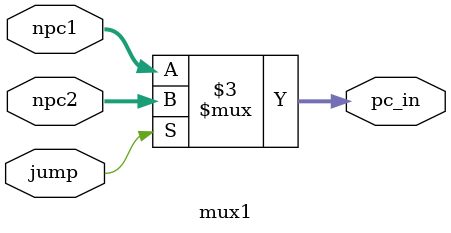
<source format=v>
`timescale 1ns / 1ps

module mux1(
    input [31:0]        npc1,       // pc = pc + 4
    input [31:0]        npc2,       // pc = jump result
    input               jump,       // control
    output wire [31:0]  pc_in       // npc
);

always @(*) begin
    if (jump) begin
        pc_in = npc2;
    end else begin
        pc_in = npc1;
    end
end

endmodule
</source>
